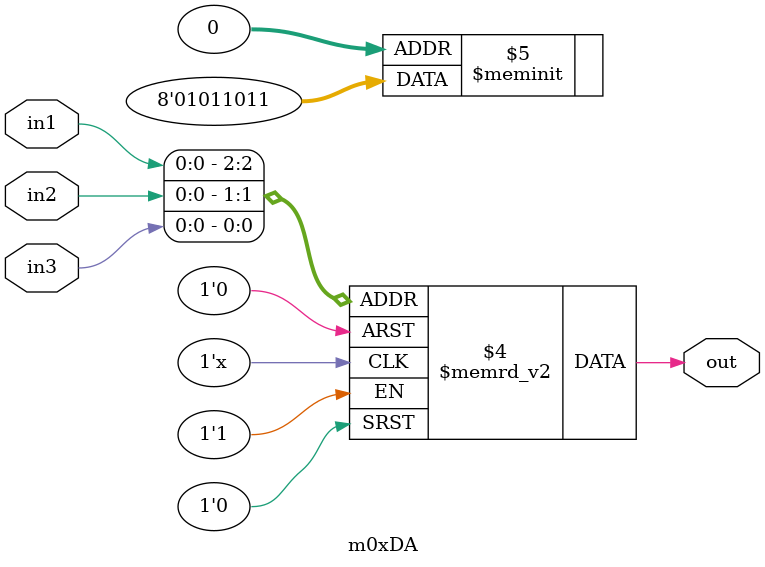
<source format=v>
module m0xDA(output out, input in1, in2, in3);

   always @(in1, in2, in3)
     begin
        case({in1, in2, in3})
          3'b000: {out} = 1'b1;
          3'b001: {out} = 1'b1;
          3'b010: {out} = 1'b0;
          3'b011: {out} = 1'b1;
          3'b100: {out} = 1'b1;
          3'b101: {out} = 1'b0;
          3'b110: {out} = 1'b1;
          3'b111: {out} = 1'b0;
        endcase // case ({in1, in2, in3})
     end // always @ (in1, in2, in3)

endmodule // m0xDA
</source>
